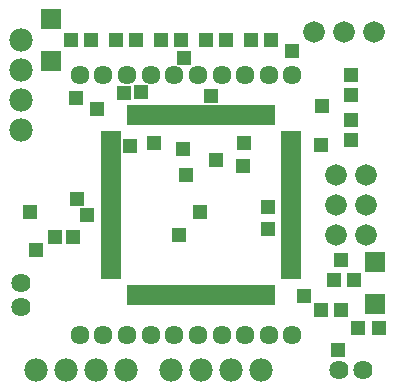
<source format=gts>
G75*
%MOIN*%
%OFA0B0*%
%FSLAX25Y25*%
%IPPOS*%
%LPD*%
%AMOC8*
5,1,8,0,0,1.08239X$1,22.5*
%
%ADD10C,0.06400*%
%ADD11C,0.06350*%
%ADD12C,0.07800*%
%ADD13R,0.05131X0.04737*%
%ADD14C,0.07200*%
%ADD15R,0.06706X0.06706*%
%ADD16R,0.04737X0.05131*%
%ADD17R,0.06600X0.01900*%
%ADD18R,0.01900X0.06600*%
%ADD19R,0.05162X0.05162*%
D10*
X0016780Y0036563D03*
X0016780Y0044437D03*
X0122843Y0015500D03*
X0130717Y0015500D03*
D11*
X0107213Y0027193D03*
X0099339Y0027193D03*
X0091465Y0027193D03*
X0083591Y0027193D03*
X0075717Y0027193D03*
X0067843Y0027193D03*
X0059969Y0027193D03*
X0052094Y0027193D03*
X0044220Y0027193D03*
X0036346Y0027193D03*
X0036346Y0113807D03*
X0044220Y0113807D03*
X0052094Y0113807D03*
X0059969Y0113807D03*
X0067843Y0113807D03*
X0075717Y0113807D03*
X0083591Y0113807D03*
X0091465Y0113807D03*
X0099339Y0113807D03*
X0107213Y0113807D03*
D12*
X0021780Y0015500D03*
X0031780Y0015500D03*
X0041780Y0015500D03*
X0051780Y0015500D03*
X0066780Y0015500D03*
X0076780Y0015500D03*
X0086780Y0015500D03*
X0096780Y0015500D03*
X0016780Y0095500D03*
X0016780Y0105500D03*
X0016780Y0115500D03*
X0016780Y0125500D03*
D13*
X0048433Y0125500D03*
X0055126Y0125500D03*
X0063433Y0125500D03*
X0070126Y0125500D03*
X0078433Y0125500D03*
X0085126Y0125500D03*
X0093433Y0125500D03*
X0100126Y0125500D03*
X0116840Y0035645D03*
X0123532Y0035645D03*
X0129220Y0029464D03*
X0135913Y0029464D03*
D14*
X0131780Y0060500D03*
X0131780Y0070500D03*
X0131780Y0080500D03*
X0121780Y0080500D03*
X0121780Y0070500D03*
X0121780Y0060500D03*
X0124280Y0128000D03*
X0134280Y0128000D03*
X0114280Y0128000D03*
D15*
X0134629Y0051427D03*
X0134629Y0037648D03*
X0026780Y0118610D03*
X0026780Y0132390D03*
D16*
X0033433Y0125500D03*
X0040126Y0125500D03*
X0120933Y0045500D03*
X0127626Y0045500D03*
X0126780Y0092154D03*
X0126780Y0098846D03*
X0126780Y0107154D03*
X0126780Y0113846D03*
D17*
X0106780Y0094100D03*
X0106780Y0092200D03*
X0106780Y0090200D03*
X0106780Y0088200D03*
X0106780Y0086200D03*
X0106780Y0084300D03*
X0106780Y0082300D03*
X0106780Y0080300D03*
X0106780Y0078400D03*
X0106780Y0076400D03*
X0106780Y0074400D03*
X0106780Y0072500D03*
X0106780Y0070500D03*
X0106780Y0068500D03*
X0106780Y0066600D03*
X0106780Y0064600D03*
X0106780Y0062600D03*
X0106780Y0060700D03*
X0106780Y0058700D03*
X0106780Y0056700D03*
X0106780Y0054800D03*
X0106780Y0052800D03*
X0106780Y0050800D03*
X0106780Y0048800D03*
X0106780Y0046900D03*
X0046780Y0046900D03*
X0046780Y0048800D03*
X0046780Y0050800D03*
X0046780Y0052800D03*
X0046780Y0054800D03*
X0046780Y0056700D03*
X0046780Y0058700D03*
X0046780Y0060700D03*
X0046780Y0062600D03*
X0046780Y0064600D03*
X0046780Y0066600D03*
X0046780Y0068500D03*
X0046780Y0070500D03*
X0046780Y0072500D03*
X0046780Y0074400D03*
X0046780Y0076400D03*
X0046780Y0078400D03*
X0046780Y0080300D03*
X0046780Y0082300D03*
X0046780Y0084300D03*
X0046780Y0086200D03*
X0046780Y0088200D03*
X0046780Y0090200D03*
X0046780Y0092200D03*
X0046780Y0094100D03*
D18*
X0053180Y0100500D03*
X0055080Y0100500D03*
X0057080Y0100500D03*
X0059080Y0100500D03*
X0061080Y0100500D03*
X0062980Y0100500D03*
X0064980Y0100500D03*
X0066980Y0100500D03*
X0068880Y0100500D03*
X0070880Y0100500D03*
X0072880Y0100500D03*
X0074780Y0100500D03*
X0076780Y0100500D03*
X0078780Y0100500D03*
X0080680Y0100500D03*
X0082680Y0100500D03*
X0084680Y0100500D03*
X0086580Y0100500D03*
X0088580Y0100500D03*
X0090580Y0100500D03*
X0092480Y0100500D03*
X0094480Y0100500D03*
X0096480Y0100500D03*
X0098480Y0100500D03*
X0100380Y0100500D03*
X0100380Y0040500D03*
X0098480Y0040500D03*
X0096480Y0040500D03*
X0094480Y0040500D03*
X0092480Y0040500D03*
X0090580Y0040500D03*
X0088580Y0040500D03*
X0086580Y0040500D03*
X0084680Y0040500D03*
X0082680Y0040500D03*
X0080680Y0040500D03*
X0078780Y0040500D03*
X0076780Y0040500D03*
X0074780Y0040500D03*
X0072880Y0040500D03*
X0070880Y0040500D03*
X0068880Y0040500D03*
X0066980Y0040500D03*
X0064980Y0040500D03*
X0062980Y0040500D03*
X0061080Y0040500D03*
X0059080Y0040500D03*
X0057080Y0040500D03*
X0055080Y0040500D03*
X0053180Y0040500D03*
D19*
X0069280Y0060500D03*
X0076380Y0068010D03*
X0071780Y0080500D03*
X0070773Y0089254D03*
X0060981Y0091301D03*
X0052905Y0090249D03*
X0042206Y0102431D03*
X0035111Y0106273D03*
X0051028Y0107851D03*
X0056756Y0108121D03*
X0071144Y0119486D03*
X0079993Y0106929D03*
X0090968Y0091322D03*
X0090596Y0083533D03*
X0081780Y0085500D03*
X0099048Y0069934D03*
X0099126Y0062595D03*
X0110908Y0040167D03*
X0123260Y0052095D03*
X0122445Y0022198D03*
X0116780Y0090500D03*
X0117127Y0103417D03*
X0107066Y0121917D03*
X0038689Y0067241D03*
X0035300Y0072405D03*
X0034209Y0059832D03*
X0028110Y0059860D03*
X0021780Y0055500D03*
X0019880Y0068320D03*
M02*

</source>
